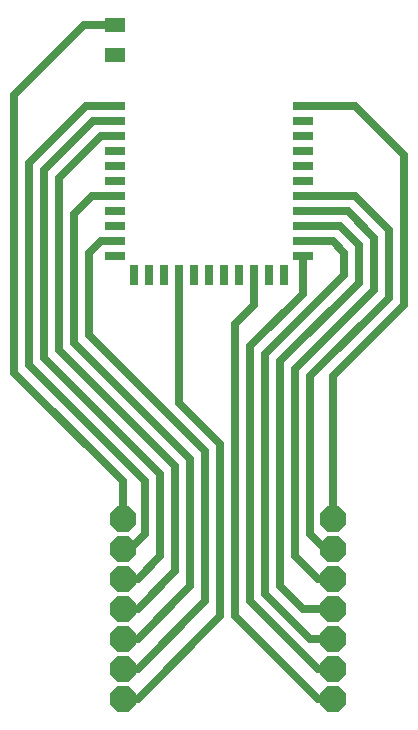
<source format=gbr>
G04 EAGLE Gerber RS-274X export*
G75*
%MOMM*%
%FSLAX34Y34*%
%LPD*%
%INTop Copper*%
%IPPOS*%
%AMOC8*
5,1,8,0,0,1.08239X$1,22.5*%
G01*
%ADD10R,1.778000X0.711200*%
%ADD11R,0.711200X1.778000*%
%ADD12R,1.778000X1.295400*%
%ADD13P,2.336880X8X22.500000*%
%ADD14P,2.336880X8X112.500000*%
%ADD15C,0.711200*%


D10*
X263652Y393827D03*
D11*
X234950Y377825D03*
X222250Y377825D03*
X209550Y377825D03*
X196850Y377825D03*
X184150Y377825D03*
X171450Y377825D03*
X158750Y377825D03*
X146050Y377825D03*
X133350Y377825D03*
X120650Y377825D03*
D10*
X263652Y406527D03*
X263652Y419227D03*
X263652Y431927D03*
X263652Y444627D03*
X263652Y457327D03*
X263652Y470027D03*
X263652Y482727D03*
X263652Y495427D03*
X263652Y508127D03*
X263652Y520827D03*
X104648Y393827D03*
X104648Y406527D03*
X104648Y419227D03*
X104648Y431927D03*
X104648Y444627D03*
X104648Y457327D03*
X104648Y470027D03*
X104648Y482727D03*
X104648Y495427D03*
X104648Y508127D03*
X104648Y520827D03*
D11*
X247650Y377825D03*
D12*
X104648Y564007D03*
X104648Y589407D03*
D13*
X111125Y19050D03*
X111125Y44450D03*
X111125Y69850D03*
X111125Y95250D03*
D14*
X111125Y120650D03*
D13*
X111125Y146050D03*
X111125Y171450D03*
X288925Y19050D03*
X288925Y44450D03*
X288925Y69850D03*
X288925Y95250D03*
X288925Y120650D03*
X288925Y146050D03*
X288925Y171450D03*
D15*
X288925Y19050D02*
X276225Y19050D01*
X206375Y88900D01*
X206375Y336550D01*
X222250Y352425D01*
X222250Y377825D01*
X276225Y44450D02*
X288925Y44450D01*
X276225Y44450D02*
X219075Y101600D01*
X263652Y362077D02*
X263652Y393827D01*
X219075Y317500D02*
X219075Y101600D01*
X219075Y317500D02*
X263652Y362077D01*
X269875Y69850D02*
X288925Y69850D01*
X269875Y69850D02*
X231775Y107950D01*
X231775Y311150D01*
X298450Y377825D02*
X298450Y396875D01*
X288798Y406527D01*
X263652Y406527D01*
X298450Y377825D02*
X231775Y311150D01*
X263525Y95250D02*
X288925Y95250D01*
X263525Y95250D02*
X244475Y114300D01*
X244475Y304800D01*
X311150Y371475D01*
X311150Y403225D01*
X295148Y419227D02*
X263652Y419227D01*
X295148Y419227D02*
X311150Y403225D01*
X288925Y120650D02*
X276225Y120650D01*
X257175Y298450D02*
X323850Y365125D01*
X323850Y409575D01*
X301498Y431927D02*
X263652Y431927D01*
X257175Y139700D02*
X276225Y120650D01*
X257175Y139700D02*
X257175Y298450D01*
X323850Y409575D02*
X301498Y431927D01*
X288925Y146050D02*
X282575Y146050D01*
X269875Y158750D01*
X269875Y292100D01*
X336550Y358775D02*
X336550Y415925D01*
X307848Y444627D01*
X263652Y444627D01*
X336550Y358775D02*
X269875Y292100D01*
X288925Y292100D02*
X288925Y171450D01*
X307848Y520827D02*
X263652Y520827D01*
X349250Y352425D02*
X288925Y292100D01*
X349250Y352425D02*
X349250Y479425D01*
X307848Y520827D01*
X111125Y203200D02*
X111125Y171450D01*
X111125Y203200D02*
X19050Y295275D01*
X19050Y530225D01*
X78232Y589407D02*
X104648Y589407D01*
X78232Y589407D02*
X19050Y530225D01*
X111125Y146050D02*
X117475Y146050D01*
X130175Y158750D01*
X130175Y203200D01*
X31750Y301625D01*
X31750Y473075D01*
X79502Y520827D01*
X104648Y520827D01*
X111125Y120650D02*
X123825Y120650D01*
X142875Y139700D01*
X142875Y209550D01*
X44450Y307975D01*
X44450Y466725D01*
X85852Y508127D02*
X104648Y508127D01*
X85852Y508127D02*
X44450Y466725D01*
X111125Y95250D02*
X123825Y95250D01*
X155575Y127000D01*
X155575Y215900D01*
X57150Y314325D01*
X92202Y495427D02*
X104648Y495427D01*
X57150Y460375D02*
X57150Y314325D01*
X57150Y460375D02*
X92202Y495427D01*
X111125Y69850D02*
X123825Y69850D01*
X168275Y114300D01*
X168275Y222250D01*
X69850Y320675D02*
X69850Y429459D01*
X85018Y444627D02*
X104648Y444627D01*
X69850Y320675D02*
X168275Y222250D01*
X69850Y429459D02*
X85018Y444627D01*
X111125Y44450D02*
X123825Y44450D01*
X180975Y101600D01*
X180975Y228600D01*
X82550Y327025D02*
X82550Y396875D01*
X92202Y406527D01*
X104648Y406527D01*
X82550Y327025D02*
X180975Y228600D01*
X123825Y19050D02*
X111125Y19050D01*
X193675Y234950D02*
X158750Y269875D01*
X158750Y377825D01*
X193675Y88900D02*
X123825Y19050D01*
X193675Y88900D02*
X193675Y234950D01*
M02*

</source>
